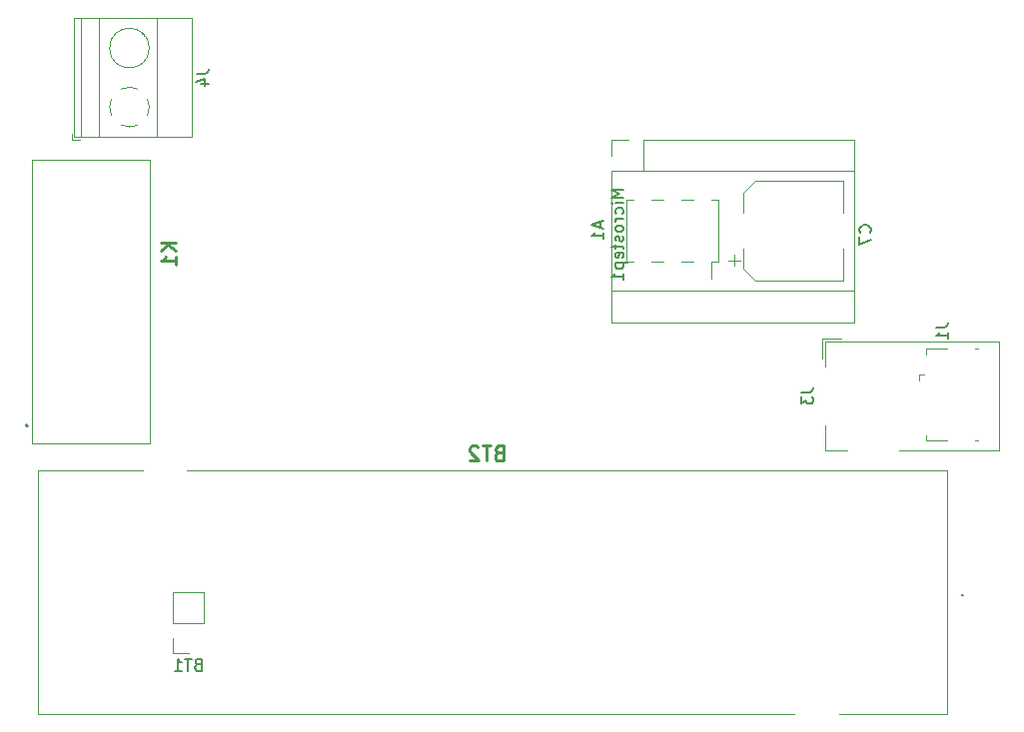
<source format=gbr>
%TF.GenerationSoftware,KiCad,Pcbnew,(5.1.9)-1*%
%TF.CreationDate,2021-05-06T00:14:11+03:00*%
%TF.ProjectId,hardware,68617264-7761-4726-952e-6b696361645f,rev?*%
%TF.SameCoordinates,Original*%
%TF.FileFunction,Legend,Bot*%
%TF.FilePolarity,Positive*%
%FSLAX46Y46*%
G04 Gerber Fmt 4.6, Leading zero omitted, Abs format (unit mm)*
G04 Created by KiCad (PCBNEW (5.1.9)-1) date 2021-05-06 00:14:11*
%MOMM*%
%LPD*%
G01*
G04 APERTURE LIST*
%ADD10C,0.120000*%
%ADD11C,0.100000*%
%ADD12C,0.200000*%
%ADD13C,0.150000*%
%ADD14C,0.254000*%
G04 APERTURE END LIST*
D10*
%TO.C,BT1*%
X207670000Y-124330000D02*
X209000000Y-124330000D01*
X207670000Y-123000000D02*
X207670000Y-124330000D01*
X207670000Y-121730000D02*
X210330000Y-121730000D01*
X210330000Y-121730000D02*
X210330000Y-119130000D01*
X207670000Y-121730000D02*
X207670000Y-119130000D01*
X207670000Y-119130000D02*
X210330000Y-119130000D01*
D11*
%TO.C,BT2*%
X273265000Y-108805000D02*
X208880000Y-108805000D01*
X208880000Y-108805000D02*
X208880000Y-108805000D01*
X208880000Y-108805000D02*
X273265000Y-108805000D01*
X273265000Y-108805000D02*
X273265000Y-108805000D01*
X205130000Y-108805000D02*
X196215000Y-108805000D01*
X196215000Y-108805000D02*
X196215000Y-108805000D01*
X196215000Y-108805000D02*
X205130000Y-108805000D01*
X205130000Y-108805000D02*
X205130000Y-108805000D01*
X196215000Y-129455000D02*
X260380000Y-129455000D01*
X260380000Y-129455000D02*
X260380000Y-129455000D01*
X260380000Y-129455000D02*
X196215000Y-129455000D01*
X196215000Y-129455000D02*
X196215000Y-129455000D01*
X264130000Y-129455000D02*
X273265000Y-129455000D01*
X273265000Y-129455000D02*
X273265000Y-129455000D01*
X273265000Y-129455000D02*
X264130000Y-129455000D01*
X264130000Y-129455000D02*
X264130000Y-129455000D01*
X196215000Y-108805000D02*
X196215000Y-108805000D01*
X196215000Y-108805000D02*
X196215000Y-129455000D01*
X196215000Y-129455000D02*
X196215000Y-129455000D01*
X196215000Y-129455000D02*
X196215000Y-108805000D01*
X273265000Y-129455000D02*
X273265000Y-129455000D01*
X273265000Y-129455000D02*
X273265000Y-108805000D01*
X273265000Y-108805000D02*
X273265000Y-108805000D01*
X273265000Y-108805000D02*
X273265000Y-129455000D01*
D12*
X274640000Y-119380000D02*
X274640000Y-119380000D01*
X274540000Y-119380000D02*
X274540000Y-119380000D01*
X274640000Y-119380000D02*
X274640000Y-119380000D01*
X274540000Y-119380000D02*
G75*
G03*
X274640000Y-119380000I50000J0D01*
G01*
X274640000Y-119380000D02*
G75*
G03*
X274540000Y-119380000I-50000J0D01*
G01*
X274540000Y-119380000D02*
G75*
G03*
X274640000Y-119380000I50000J0D01*
G01*
D10*
%TO.C,Microstep1*%
X253870000Y-91075000D02*
X253870000Y-85875000D01*
X246130000Y-91075000D02*
X246130000Y-85875000D01*
X253300000Y-92515000D02*
X253300000Y-91075000D01*
X253870000Y-91075000D02*
X253300000Y-91075000D01*
X253870000Y-85875000D02*
X253300000Y-85875000D01*
X246700000Y-91075000D02*
X246130000Y-91075000D01*
X246700000Y-85875000D02*
X246130000Y-85875000D01*
X251780000Y-91075000D02*
X250760000Y-91075000D01*
X251780000Y-85875000D02*
X250760000Y-85875000D01*
X249240000Y-91075000D02*
X248220000Y-91075000D01*
X249240000Y-85875000D02*
X248220000Y-85875000D01*
D11*
%TO.C,K1*%
X205750000Y-106500000D02*
X205750000Y-82500000D01*
X205750000Y-82500000D02*
X195750000Y-82500000D01*
X195750000Y-82500000D02*
X195750000Y-106500000D01*
X195750000Y-106500000D02*
X205750000Y-106500000D01*
D12*
X195300000Y-105100000D02*
X195300000Y-105100000D01*
X195300000Y-104900000D02*
X195300000Y-104900000D01*
X195300000Y-105100000D02*
G75*
G02*
X195300000Y-104900000I0J100000D01*
G01*
X195300000Y-104900000D02*
G75*
G02*
X195300000Y-105100000I0J-100000D01*
G01*
D10*
%TO.C,J4*%
X205680000Y-73000000D02*
G75*
G03*
X205680000Y-73000000I-1680000J0D01*
G01*
X199900000Y-80560000D02*
X199900000Y-70440000D01*
X201400000Y-80560000D02*
X201400000Y-70440000D01*
X206301000Y-80560000D02*
X206301000Y-70440000D01*
X209261000Y-80560000D02*
X209261000Y-70440000D01*
X199340000Y-80560000D02*
X199340000Y-70440000D01*
X209261000Y-80560000D02*
X199340000Y-80560000D01*
X209261000Y-70440000D02*
X199340000Y-70440000D01*
X205069000Y-71725000D02*
X205023000Y-71772000D01*
X202761000Y-74034000D02*
X202726000Y-74069000D01*
X205275000Y-71930000D02*
X205239000Y-71965000D01*
X202977000Y-74227000D02*
X202931000Y-74274000D01*
X199840000Y-80800000D02*
X199100000Y-80800000D01*
X199100000Y-80800000D02*
X199100000Y-80300000D01*
X202319747Y-77971195D02*
G75*
G03*
X202465000Y-78684000I1680253J-28805D01*
G01*
X203316958Y-79535426D02*
G75*
G03*
X204684000Y-79535000I683042J1535426D01*
G01*
X205535426Y-78683042D02*
G75*
G03*
X205535000Y-77316000I-1535426J683042D01*
G01*
X204683042Y-76464574D02*
G75*
G03*
X203316000Y-76465000I-683042J-1535426D01*
G01*
X202465244Y-77316682D02*
G75*
G03*
X202320000Y-78000000I1534756J-683318D01*
G01*
%TO.C,J3*%
X269200000Y-107100000D02*
X277700000Y-107100000D01*
X277700000Y-107100000D02*
X277700000Y-97900000D01*
X277700000Y-97900000D02*
X263000000Y-97900000D01*
X263000000Y-105000000D02*
X263000000Y-107100000D01*
X263000000Y-107100000D02*
X264800000Y-107100000D01*
X262700000Y-99300000D02*
X262700000Y-97600000D01*
X262700000Y-97600000D02*
X264300000Y-97600000D01*
X263000000Y-97900000D02*
X263000000Y-100000000D01*
%TO.C,J1*%
X271487500Y-98500000D02*
X271487500Y-98950000D01*
X273337500Y-98500000D02*
X271487500Y-98500000D01*
X275887500Y-106300000D02*
X275637500Y-106300000D01*
X275887500Y-98500000D02*
X275637500Y-98500000D01*
X273337500Y-106300000D02*
X271487500Y-106300000D01*
X271487500Y-106300000D02*
X271487500Y-105850000D01*
X270937500Y-100700000D02*
X270937500Y-101150000D01*
X270937500Y-100700000D02*
X271387500Y-100700000D01*
%TO.C,C7*%
X264510000Y-84215000D02*
X264510000Y-86965000D01*
X264510000Y-92735000D02*
X264510000Y-89985000D01*
X257054437Y-92735000D02*
X264510000Y-92735000D01*
X257054437Y-84215000D02*
X264510000Y-84215000D01*
X255990000Y-85279437D02*
X255990000Y-86965000D01*
X255990000Y-91670563D02*
X255990000Y-89985000D01*
X255990000Y-91670563D02*
X257054437Y-92735000D01*
X255990000Y-85279437D02*
X257054437Y-84215000D01*
X254750000Y-90985000D02*
X255750000Y-90985000D01*
X255250000Y-91485000D02*
X255250000Y-90485000D01*
%TO.C,A1*%
X244850000Y-93565000D02*
X265430000Y-93565000D01*
X247520000Y-83405000D02*
X265430000Y-83405000D01*
X244850000Y-82135000D02*
X244850000Y-80735000D01*
X244850000Y-80735000D02*
X246250000Y-80735000D01*
X244850000Y-83405000D02*
X247520000Y-83405000D01*
X247520000Y-83405000D02*
X247520000Y-80735000D01*
X247520000Y-80735000D02*
X265430000Y-80735000D01*
X265430000Y-80735000D02*
X265430000Y-96235000D01*
X265430000Y-96235000D02*
X244850000Y-96235000D01*
X244850000Y-96235000D02*
X244850000Y-83405000D01*
%TO.C,BT1*%
D13*
X209785714Y-125258571D02*
X209642857Y-125306190D01*
X209595238Y-125353809D01*
X209547619Y-125449047D01*
X209547619Y-125591904D01*
X209595238Y-125687142D01*
X209642857Y-125734761D01*
X209738095Y-125782380D01*
X210119047Y-125782380D01*
X210119047Y-124782380D01*
X209785714Y-124782380D01*
X209690476Y-124830000D01*
X209642857Y-124877619D01*
X209595238Y-124972857D01*
X209595238Y-125068095D01*
X209642857Y-125163333D01*
X209690476Y-125210952D01*
X209785714Y-125258571D01*
X210119047Y-125258571D01*
X209261904Y-124782380D02*
X208690476Y-124782380D01*
X208976190Y-125782380D02*
X208976190Y-124782380D01*
X207833333Y-125782380D02*
X208404761Y-125782380D01*
X208119047Y-125782380D02*
X208119047Y-124782380D01*
X208214285Y-124925238D01*
X208309523Y-125020476D01*
X208404761Y-125068095D01*
%TO.C,BT2*%
D14*
X235297857Y-107309285D02*
X235116428Y-107369761D01*
X235055952Y-107430238D01*
X234995476Y-107551190D01*
X234995476Y-107732619D01*
X235055952Y-107853571D01*
X235116428Y-107914047D01*
X235237380Y-107974523D01*
X235721190Y-107974523D01*
X235721190Y-106704523D01*
X235297857Y-106704523D01*
X235176904Y-106765000D01*
X235116428Y-106825476D01*
X235055952Y-106946428D01*
X235055952Y-107067380D01*
X235116428Y-107188333D01*
X235176904Y-107248809D01*
X235297857Y-107309285D01*
X235721190Y-107309285D01*
X234632619Y-106704523D02*
X233906904Y-106704523D01*
X234269761Y-107974523D02*
X234269761Y-106704523D01*
X233544047Y-106825476D02*
X233483571Y-106765000D01*
X233362619Y-106704523D01*
X233060238Y-106704523D01*
X232939285Y-106765000D01*
X232878809Y-106825476D01*
X232818333Y-106946428D01*
X232818333Y-107067380D01*
X232878809Y-107248809D01*
X233604523Y-107974523D01*
X232818333Y-107974523D01*
%TO.C,Microstep1*%
D13*
X245852380Y-84990476D02*
X244852380Y-84990476D01*
X245566666Y-85323809D01*
X244852380Y-85657142D01*
X245852380Y-85657142D01*
X245852380Y-86133333D02*
X245185714Y-86133333D01*
X244852380Y-86133333D02*
X244900000Y-86085714D01*
X244947619Y-86133333D01*
X244900000Y-86180952D01*
X244852380Y-86133333D01*
X244947619Y-86133333D01*
X245804761Y-87038095D02*
X245852380Y-86942857D01*
X245852380Y-86752380D01*
X245804761Y-86657142D01*
X245757142Y-86609523D01*
X245661904Y-86561904D01*
X245376190Y-86561904D01*
X245280952Y-86609523D01*
X245233333Y-86657142D01*
X245185714Y-86752380D01*
X245185714Y-86942857D01*
X245233333Y-87038095D01*
X245852380Y-87466666D02*
X245185714Y-87466666D01*
X245376190Y-87466666D02*
X245280952Y-87514285D01*
X245233333Y-87561904D01*
X245185714Y-87657142D01*
X245185714Y-87752380D01*
X245852380Y-88228571D02*
X245804761Y-88133333D01*
X245757142Y-88085714D01*
X245661904Y-88038095D01*
X245376190Y-88038095D01*
X245280952Y-88085714D01*
X245233333Y-88133333D01*
X245185714Y-88228571D01*
X245185714Y-88371428D01*
X245233333Y-88466666D01*
X245280952Y-88514285D01*
X245376190Y-88561904D01*
X245661904Y-88561904D01*
X245757142Y-88514285D01*
X245804761Y-88466666D01*
X245852380Y-88371428D01*
X245852380Y-88228571D01*
X245804761Y-88942857D02*
X245852380Y-89038095D01*
X245852380Y-89228571D01*
X245804761Y-89323809D01*
X245709523Y-89371428D01*
X245661904Y-89371428D01*
X245566666Y-89323809D01*
X245519047Y-89228571D01*
X245519047Y-89085714D01*
X245471428Y-88990476D01*
X245376190Y-88942857D01*
X245328571Y-88942857D01*
X245233333Y-88990476D01*
X245185714Y-89085714D01*
X245185714Y-89228571D01*
X245233333Y-89323809D01*
X245185714Y-89657142D02*
X245185714Y-90038095D01*
X244852380Y-89800000D02*
X245709523Y-89800000D01*
X245804761Y-89847619D01*
X245852380Y-89942857D01*
X245852380Y-90038095D01*
X245804761Y-90752380D02*
X245852380Y-90657142D01*
X245852380Y-90466666D01*
X245804761Y-90371428D01*
X245709523Y-90323809D01*
X245328571Y-90323809D01*
X245233333Y-90371428D01*
X245185714Y-90466666D01*
X245185714Y-90657142D01*
X245233333Y-90752380D01*
X245328571Y-90800000D01*
X245423809Y-90800000D01*
X245519047Y-90323809D01*
X245185714Y-91228571D02*
X246185714Y-91228571D01*
X245233333Y-91228571D02*
X245185714Y-91323809D01*
X245185714Y-91514285D01*
X245233333Y-91609523D01*
X245280952Y-91657142D01*
X245376190Y-91704761D01*
X245661904Y-91704761D01*
X245757142Y-91657142D01*
X245804761Y-91609523D01*
X245852380Y-91514285D01*
X245852380Y-91323809D01*
X245804761Y-91228571D01*
X245852380Y-92657142D02*
X245852380Y-92085714D01*
X245852380Y-92371428D02*
X244852380Y-92371428D01*
X244995238Y-92276190D01*
X245090476Y-92180952D01*
X245138095Y-92085714D01*
%TO.C,K1*%
D14*
X207974523Y-89462619D02*
X206704523Y-89462619D01*
X207974523Y-90188333D02*
X207248809Y-89644047D01*
X206704523Y-90188333D02*
X207430238Y-89462619D01*
X207974523Y-91397857D02*
X207974523Y-90672142D01*
X207974523Y-91035000D02*
X206704523Y-91035000D01*
X206885952Y-90914047D01*
X207006904Y-90793095D01*
X207067380Y-90672142D01*
%TO.C,J4*%
D13*
X209712380Y-75166666D02*
X210426666Y-75166666D01*
X210569523Y-75119047D01*
X210664761Y-75023809D01*
X210712380Y-74880952D01*
X210712380Y-74785714D01*
X210045714Y-76071428D02*
X210712380Y-76071428D01*
X209664761Y-75833333D02*
X210379047Y-75595238D01*
X210379047Y-76214285D01*
%TO.C,J3*%
X260952380Y-102166666D02*
X261666666Y-102166666D01*
X261809523Y-102119047D01*
X261904761Y-102023809D01*
X261952380Y-101880952D01*
X261952380Y-101785714D01*
X260952380Y-102547619D02*
X260952380Y-103166666D01*
X261333333Y-102833333D01*
X261333333Y-102976190D01*
X261380952Y-103071428D01*
X261428571Y-103119047D01*
X261523809Y-103166666D01*
X261761904Y-103166666D01*
X261857142Y-103119047D01*
X261904761Y-103071428D01*
X261952380Y-102976190D01*
X261952380Y-102690476D01*
X261904761Y-102595238D01*
X261857142Y-102547619D01*
%TO.C,J1*%
X272352380Y-96666666D02*
X273066666Y-96666666D01*
X273209523Y-96619047D01*
X273304761Y-96523809D01*
X273352380Y-96380952D01*
X273352380Y-96285714D01*
X273352380Y-97666666D02*
X273352380Y-97095238D01*
X273352380Y-97380952D02*
X272352380Y-97380952D01*
X272495238Y-97285714D01*
X272590476Y-97190476D01*
X272638095Y-97095238D01*
%TO.C,C7*%
X266757142Y-88633333D02*
X266804761Y-88585714D01*
X266852380Y-88442857D01*
X266852380Y-88347619D01*
X266804761Y-88204761D01*
X266709523Y-88109523D01*
X266614285Y-88061904D01*
X266423809Y-88014285D01*
X266280952Y-88014285D01*
X266090476Y-88061904D01*
X265995238Y-88109523D01*
X265900000Y-88204761D01*
X265852380Y-88347619D01*
X265852380Y-88442857D01*
X265900000Y-88585714D01*
X265947619Y-88633333D01*
X265852380Y-88966666D02*
X265852380Y-89633333D01*
X266852380Y-89204761D01*
%TO.C,A1*%
X243876666Y-87770714D02*
X243876666Y-88246904D01*
X244162380Y-87675476D02*
X243162380Y-88008809D01*
X244162380Y-88342142D01*
X244162380Y-89199285D02*
X244162380Y-88627857D01*
X244162380Y-88913571D02*
X243162380Y-88913571D01*
X243305238Y-88818333D01*
X243400476Y-88723095D01*
X243448095Y-88627857D01*
%TD*%
M02*

</source>
